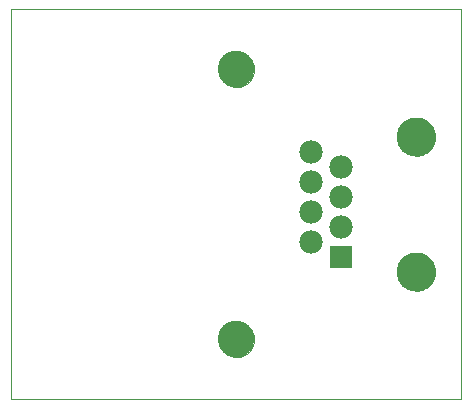
<source format=gbs>
G75*
G70*
%OFA0B0*%
%FSLAX24Y24*%
%IPPOS*%
%LPD*%
%AMOC8*
5,1,8,0,0,1.08239X$1,22.5*
%
%ADD10C,0.0000*%
%ADD11C,0.0780*%
%ADD12R,0.0780X0.0780*%
%ADD13C,0.1300*%
%ADD14C,0.1221*%
D10*
X000100Y000100D02*
X000100Y013100D01*
X015100Y013100D01*
X015100Y000100D01*
X000100Y000100D01*
X007009Y002100D02*
X007011Y002148D01*
X007017Y002196D01*
X007027Y002243D01*
X007040Y002289D01*
X007058Y002334D01*
X007078Y002378D01*
X007103Y002420D01*
X007131Y002459D01*
X007161Y002496D01*
X007195Y002530D01*
X007232Y002562D01*
X007270Y002591D01*
X007311Y002616D01*
X007354Y002638D01*
X007399Y002656D01*
X007445Y002670D01*
X007492Y002681D01*
X007540Y002688D01*
X007588Y002691D01*
X007636Y002690D01*
X007684Y002685D01*
X007732Y002676D01*
X007778Y002664D01*
X007823Y002647D01*
X007867Y002627D01*
X007909Y002604D01*
X007949Y002577D01*
X007987Y002547D01*
X008022Y002514D01*
X008054Y002478D01*
X008084Y002440D01*
X008110Y002399D01*
X008132Y002356D01*
X008152Y002312D01*
X008167Y002267D01*
X008179Y002220D01*
X008187Y002172D01*
X008191Y002124D01*
X008191Y002076D01*
X008187Y002028D01*
X008179Y001980D01*
X008167Y001933D01*
X008152Y001888D01*
X008132Y001844D01*
X008110Y001801D01*
X008084Y001760D01*
X008054Y001722D01*
X008022Y001686D01*
X007987Y001653D01*
X007949Y001623D01*
X007909Y001596D01*
X007867Y001573D01*
X007823Y001553D01*
X007778Y001536D01*
X007732Y001524D01*
X007684Y001515D01*
X007636Y001510D01*
X007588Y001509D01*
X007540Y001512D01*
X007492Y001519D01*
X007445Y001530D01*
X007399Y001544D01*
X007354Y001562D01*
X007311Y001584D01*
X007270Y001609D01*
X007232Y001638D01*
X007195Y001670D01*
X007161Y001704D01*
X007131Y001741D01*
X007103Y001780D01*
X007078Y001822D01*
X007058Y001866D01*
X007040Y001911D01*
X007027Y001957D01*
X007017Y002004D01*
X007011Y002052D01*
X007009Y002100D01*
X012970Y004350D02*
X012972Y004400D01*
X012978Y004450D01*
X012988Y004499D01*
X013002Y004547D01*
X013019Y004594D01*
X013040Y004639D01*
X013065Y004683D01*
X013093Y004724D01*
X013125Y004763D01*
X013159Y004800D01*
X013196Y004834D01*
X013236Y004864D01*
X013278Y004891D01*
X013322Y004915D01*
X013368Y004936D01*
X013415Y004952D01*
X013463Y004965D01*
X013513Y004974D01*
X013562Y004979D01*
X013613Y004980D01*
X013663Y004977D01*
X013712Y004970D01*
X013761Y004959D01*
X013809Y004944D01*
X013855Y004926D01*
X013900Y004904D01*
X013943Y004878D01*
X013984Y004849D01*
X014023Y004817D01*
X014059Y004782D01*
X014091Y004744D01*
X014121Y004704D01*
X014148Y004661D01*
X014171Y004617D01*
X014190Y004571D01*
X014206Y004523D01*
X014218Y004474D01*
X014226Y004425D01*
X014230Y004375D01*
X014230Y004325D01*
X014226Y004275D01*
X014218Y004226D01*
X014206Y004177D01*
X014190Y004129D01*
X014171Y004083D01*
X014148Y004039D01*
X014121Y003996D01*
X014091Y003956D01*
X014059Y003918D01*
X014023Y003883D01*
X013984Y003851D01*
X013943Y003822D01*
X013900Y003796D01*
X013855Y003774D01*
X013809Y003756D01*
X013761Y003741D01*
X013712Y003730D01*
X013663Y003723D01*
X013613Y003720D01*
X013562Y003721D01*
X013513Y003726D01*
X013463Y003735D01*
X013415Y003748D01*
X013368Y003764D01*
X013322Y003785D01*
X013278Y003809D01*
X013236Y003836D01*
X013196Y003866D01*
X013159Y003900D01*
X013125Y003937D01*
X013093Y003976D01*
X013065Y004017D01*
X013040Y004061D01*
X013019Y004106D01*
X013002Y004153D01*
X012988Y004201D01*
X012978Y004250D01*
X012972Y004300D01*
X012970Y004350D01*
X012970Y008850D02*
X012972Y008900D01*
X012978Y008950D01*
X012988Y008999D01*
X013002Y009047D01*
X013019Y009094D01*
X013040Y009139D01*
X013065Y009183D01*
X013093Y009224D01*
X013125Y009263D01*
X013159Y009300D01*
X013196Y009334D01*
X013236Y009364D01*
X013278Y009391D01*
X013322Y009415D01*
X013368Y009436D01*
X013415Y009452D01*
X013463Y009465D01*
X013513Y009474D01*
X013562Y009479D01*
X013613Y009480D01*
X013663Y009477D01*
X013712Y009470D01*
X013761Y009459D01*
X013809Y009444D01*
X013855Y009426D01*
X013900Y009404D01*
X013943Y009378D01*
X013984Y009349D01*
X014023Y009317D01*
X014059Y009282D01*
X014091Y009244D01*
X014121Y009204D01*
X014148Y009161D01*
X014171Y009117D01*
X014190Y009071D01*
X014206Y009023D01*
X014218Y008974D01*
X014226Y008925D01*
X014230Y008875D01*
X014230Y008825D01*
X014226Y008775D01*
X014218Y008726D01*
X014206Y008677D01*
X014190Y008629D01*
X014171Y008583D01*
X014148Y008539D01*
X014121Y008496D01*
X014091Y008456D01*
X014059Y008418D01*
X014023Y008383D01*
X013984Y008351D01*
X013943Y008322D01*
X013900Y008296D01*
X013855Y008274D01*
X013809Y008256D01*
X013761Y008241D01*
X013712Y008230D01*
X013663Y008223D01*
X013613Y008220D01*
X013562Y008221D01*
X013513Y008226D01*
X013463Y008235D01*
X013415Y008248D01*
X013368Y008264D01*
X013322Y008285D01*
X013278Y008309D01*
X013236Y008336D01*
X013196Y008366D01*
X013159Y008400D01*
X013125Y008437D01*
X013093Y008476D01*
X013065Y008517D01*
X013040Y008561D01*
X013019Y008606D01*
X013002Y008653D01*
X012988Y008701D01*
X012978Y008750D01*
X012972Y008800D01*
X012970Y008850D01*
X007009Y011100D02*
X007011Y011148D01*
X007017Y011196D01*
X007027Y011243D01*
X007040Y011289D01*
X007058Y011334D01*
X007078Y011378D01*
X007103Y011420D01*
X007131Y011459D01*
X007161Y011496D01*
X007195Y011530D01*
X007232Y011562D01*
X007270Y011591D01*
X007311Y011616D01*
X007354Y011638D01*
X007399Y011656D01*
X007445Y011670D01*
X007492Y011681D01*
X007540Y011688D01*
X007588Y011691D01*
X007636Y011690D01*
X007684Y011685D01*
X007732Y011676D01*
X007778Y011664D01*
X007823Y011647D01*
X007867Y011627D01*
X007909Y011604D01*
X007949Y011577D01*
X007987Y011547D01*
X008022Y011514D01*
X008054Y011478D01*
X008084Y011440D01*
X008110Y011399D01*
X008132Y011356D01*
X008152Y011312D01*
X008167Y011267D01*
X008179Y011220D01*
X008187Y011172D01*
X008191Y011124D01*
X008191Y011076D01*
X008187Y011028D01*
X008179Y010980D01*
X008167Y010933D01*
X008152Y010888D01*
X008132Y010844D01*
X008110Y010801D01*
X008084Y010760D01*
X008054Y010722D01*
X008022Y010686D01*
X007987Y010653D01*
X007949Y010623D01*
X007909Y010596D01*
X007867Y010573D01*
X007823Y010553D01*
X007778Y010536D01*
X007732Y010524D01*
X007684Y010515D01*
X007636Y010510D01*
X007588Y010509D01*
X007540Y010512D01*
X007492Y010519D01*
X007445Y010530D01*
X007399Y010544D01*
X007354Y010562D01*
X007311Y010584D01*
X007270Y010609D01*
X007232Y010638D01*
X007195Y010670D01*
X007161Y010704D01*
X007131Y010741D01*
X007103Y010780D01*
X007078Y010822D01*
X007058Y010866D01*
X007040Y010911D01*
X007027Y010957D01*
X007017Y011004D01*
X007011Y011052D01*
X007009Y011100D01*
D11*
X010100Y008350D03*
X011100Y007850D03*
X010100Y007350D03*
X011100Y006850D03*
X010100Y006350D03*
X011100Y005850D03*
X010100Y005350D03*
D12*
X011100Y004850D03*
D13*
X013600Y004350D03*
X013600Y008850D03*
D14*
X007600Y011100D03*
X007600Y002100D03*
M02*

</source>
